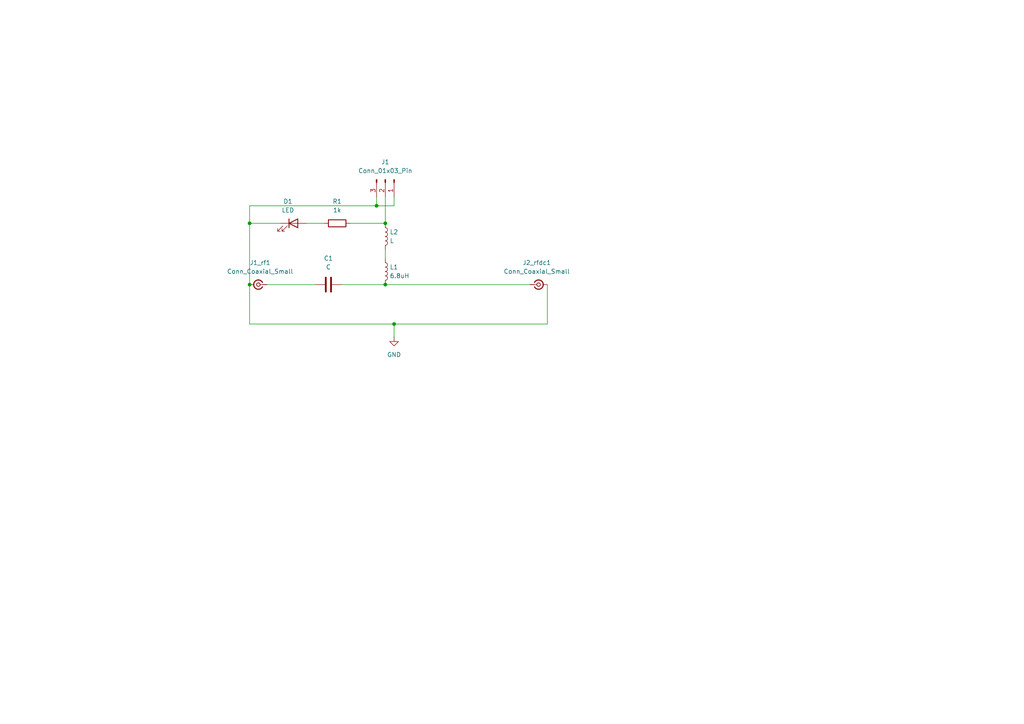
<source format=kicad_sch>
(kicad_sch
	(version 20231120)
	(generator "eeschema")
	(generator_version "8.0")
	(uuid "68d651d5-c309-4e7d-b81e-f8d2459ba955")
	(paper "A4")
	(lib_symbols
		(symbol "Connector:Conn_01x03_Pin"
			(pin_names
				(offset 1.016) hide)
			(exclude_from_sim no)
			(in_bom yes)
			(on_board yes)
			(property "Reference" "J"
				(at 0 5.08 0)
				(effects
					(font
						(size 1.27 1.27)
					)
				)
			)
			(property "Value" "Conn_01x03_Pin"
				(at 0 -5.08 0)
				(effects
					(font
						(size 1.27 1.27)
					)
				)
			)
			(property "Footprint" ""
				(at 0 0 0)
				(effects
					(font
						(size 1.27 1.27)
					)
					(hide yes)
				)
			)
			(property "Datasheet" "~"
				(at 0 0 0)
				(effects
					(font
						(size 1.27 1.27)
					)
					(hide yes)
				)
			)
			(property "Description" "Generic connector, single row, 01x03, script generated"
				(at 0 0 0)
				(effects
					(font
						(size 1.27 1.27)
					)
					(hide yes)
				)
			)
			(property "ki_locked" ""
				(at 0 0 0)
				(effects
					(font
						(size 1.27 1.27)
					)
				)
			)
			(property "ki_keywords" "connector"
				(at 0 0 0)
				(effects
					(font
						(size 1.27 1.27)
					)
					(hide yes)
				)
			)
			(property "ki_fp_filters" "Connector*:*_1x??_*"
				(at 0 0 0)
				(effects
					(font
						(size 1.27 1.27)
					)
					(hide yes)
				)
			)
			(symbol "Conn_01x03_Pin_1_1"
				(polyline
					(pts
						(xy 1.27 -2.54) (xy 0.8636 -2.54)
					)
					(stroke
						(width 0.1524)
						(type default)
					)
					(fill
						(type none)
					)
				)
				(polyline
					(pts
						(xy 1.27 0) (xy 0.8636 0)
					)
					(stroke
						(width 0.1524)
						(type default)
					)
					(fill
						(type none)
					)
				)
				(polyline
					(pts
						(xy 1.27 2.54) (xy 0.8636 2.54)
					)
					(stroke
						(width 0.1524)
						(type default)
					)
					(fill
						(type none)
					)
				)
				(rectangle
					(start 0.8636 -2.413)
					(end 0 -2.667)
					(stroke
						(width 0.1524)
						(type default)
					)
					(fill
						(type outline)
					)
				)
				(rectangle
					(start 0.8636 0.127)
					(end 0 -0.127)
					(stroke
						(width 0.1524)
						(type default)
					)
					(fill
						(type outline)
					)
				)
				(rectangle
					(start 0.8636 2.667)
					(end 0 2.413)
					(stroke
						(width 0.1524)
						(type default)
					)
					(fill
						(type outline)
					)
				)
				(pin passive line
					(at 5.08 2.54 180)
					(length 3.81)
					(name "Pin_1"
						(effects
							(font
								(size 1.27 1.27)
							)
						)
					)
					(number "1"
						(effects
							(font
								(size 1.27 1.27)
							)
						)
					)
				)
				(pin passive line
					(at 5.08 0 180)
					(length 3.81)
					(name "Pin_2"
						(effects
							(font
								(size 1.27 1.27)
							)
						)
					)
					(number "2"
						(effects
							(font
								(size 1.27 1.27)
							)
						)
					)
				)
				(pin passive line
					(at 5.08 -2.54 180)
					(length 3.81)
					(name "Pin_3"
						(effects
							(font
								(size 1.27 1.27)
							)
						)
					)
					(number "3"
						(effects
							(font
								(size 1.27 1.27)
							)
						)
					)
				)
			)
		)
		(symbol "Connector:Conn_Coaxial_Small"
			(pin_numbers hide)
			(pin_names
				(offset 1.016) hide)
			(exclude_from_sim no)
			(in_bom yes)
			(on_board yes)
			(property "Reference" "J"
				(at 0.254 3.048 0)
				(effects
					(font
						(size 1.27 1.27)
					)
				)
			)
			(property "Value" "Conn_Coaxial_Small"
				(at 0 -3.81 0)
				(effects
					(font
						(size 1.27 1.27)
					)
				)
			)
			(property "Footprint" ""
				(at 0 0 0)
				(effects
					(font
						(size 1.27 1.27)
					)
					(hide yes)
				)
			)
			(property "Datasheet" " ~"
				(at 0 0 0)
				(effects
					(font
						(size 1.27 1.27)
					)
					(hide yes)
				)
			)
			(property "Description" "small coaxial connector (BNC, SMA, SMB, SMC, Cinch/RCA, LEMO, ...)"
				(at 0 0 0)
				(effects
					(font
						(size 1.27 1.27)
					)
					(hide yes)
				)
			)
			(property "ki_keywords" "BNC SMA SMB SMC LEMO coaxial connector CINCH RCA MCX MMCX U.FL UMRF"
				(at 0 0 0)
				(effects
					(font
						(size 1.27 1.27)
					)
					(hide yes)
				)
			)
			(property "ki_fp_filters" "*BNC* *SMA* *SMB* *SMC* *Cinch* *LEMO* *UMRF* *MCX* *U.FL*"
				(at 0 0 0)
				(effects
					(font
						(size 1.27 1.27)
					)
					(hide yes)
				)
			)
			(symbol "Conn_Coaxial_Small_0_1"
				(polyline
					(pts
						(xy -2.54 0) (xy -0.508 0)
					)
					(stroke
						(width 0)
						(type default)
					)
					(fill
						(type none)
					)
				)
				(circle
					(center 0 0)
					(radius 0.508)
					(stroke
						(width 0.2032)
						(type default)
					)
					(fill
						(type none)
					)
				)
			)
			(symbol "Conn_Coaxial_Small_1_1"
				(arc
					(start -1.1916 -0.6311)
					(mid 0.327 -1.3081)
					(end 1.3484 0.0039)
					(stroke
						(width 0.3048)
						(type default)
					)
					(fill
						(type none)
					)
				)
				(arc
					(start 1.3484 -0.0039)
					(mid 0.327 1.3081)
					(end -1.1916 0.6311)
					(stroke
						(width 0.3048)
						(type default)
					)
					(fill
						(type none)
					)
				)
				(pin passive line
					(at -2.54 0 0)
					(length 1.27)
					(name "In"
						(effects
							(font
								(size 1.27 1.27)
							)
						)
					)
					(number "1"
						(effects
							(font
								(size 1.27 1.27)
							)
						)
					)
				)
				(pin passive line
					(at 2.54 0 180)
					(length 1.27)
					(name "Ext"
						(effects
							(font
								(size 1.27 1.27)
							)
						)
					)
					(number "2"
						(effects
							(font
								(size 1.27 1.27)
							)
						)
					)
				)
			)
		)
		(symbol "Device:C"
			(pin_numbers hide)
			(pin_names
				(offset 0.254)
			)
			(exclude_from_sim no)
			(in_bom yes)
			(on_board yes)
			(property "Reference" "C"
				(at 0.635 2.54 0)
				(effects
					(font
						(size 1.27 1.27)
					)
					(justify left)
				)
			)
			(property "Value" "C"
				(at 0.635 -2.54 0)
				(effects
					(font
						(size 1.27 1.27)
					)
					(justify left)
				)
			)
			(property "Footprint" ""
				(at 0.9652 -3.81 0)
				(effects
					(font
						(size 1.27 1.27)
					)
					(hide yes)
				)
			)
			(property "Datasheet" "~"
				(at 0 0 0)
				(effects
					(font
						(size 1.27 1.27)
					)
					(hide yes)
				)
			)
			(property "Description" "Unpolarized capacitor"
				(at 0 0 0)
				(effects
					(font
						(size 1.27 1.27)
					)
					(hide yes)
				)
			)
			(property "ki_keywords" "cap capacitor"
				(at 0 0 0)
				(effects
					(font
						(size 1.27 1.27)
					)
					(hide yes)
				)
			)
			(property "ki_fp_filters" "C_*"
				(at 0 0 0)
				(effects
					(font
						(size 1.27 1.27)
					)
					(hide yes)
				)
			)
			(symbol "C_0_1"
				(polyline
					(pts
						(xy -2.032 -0.762) (xy 2.032 -0.762)
					)
					(stroke
						(width 0.508)
						(type default)
					)
					(fill
						(type none)
					)
				)
				(polyline
					(pts
						(xy -2.032 0.762) (xy 2.032 0.762)
					)
					(stroke
						(width 0.508)
						(type default)
					)
					(fill
						(type none)
					)
				)
			)
			(symbol "C_1_1"
				(pin passive line
					(at 0 3.81 270)
					(length 2.794)
					(name "~"
						(effects
							(font
								(size 1.27 1.27)
							)
						)
					)
					(number "1"
						(effects
							(font
								(size 1.27 1.27)
							)
						)
					)
				)
				(pin passive line
					(at 0 -3.81 90)
					(length 2.794)
					(name "~"
						(effects
							(font
								(size 1.27 1.27)
							)
						)
					)
					(number "2"
						(effects
							(font
								(size 1.27 1.27)
							)
						)
					)
				)
			)
		)
		(symbol "Device:L"
			(pin_numbers hide)
			(pin_names
				(offset 1.016) hide)
			(exclude_from_sim no)
			(in_bom yes)
			(on_board yes)
			(property "Reference" "L"
				(at -1.27 0 90)
				(effects
					(font
						(size 1.27 1.27)
					)
				)
			)
			(property "Value" "L"
				(at 1.905 0 90)
				(effects
					(font
						(size 1.27 1.27)
					)
				)
			)
			(property "Footprint" ""
				(at 0 0 0)
				(effects
					(font
						(size 1.27 1.27)
					)
					(hide yes)
				)
			)
			(property "Datasheet" "~"
				(at 0 0 0)
				(effects
					(font
						(size 1.27 1.27)
					)
					(hide yes)
				)
			)
			(property "Description" "Inductor"
				(at 0 0 0)
				(effects
					(font
						(size 1.27 1.27)
					)
					(hide yes)
				)
			)
			(property "ki_keywords" "inductor choke coil reactor magnetic"
				(at 0 0 0)
				(effects
					(font
						(size 1.27 1.27)
					)
					(hide yes)
				)
			)
			(property "ki_fp_filters" "Choke_* *Coil* Inductor_* L_*"
				(at 0 0 0)
				(effects
					(font
						(size 1.27 1.27)
					)
					(hide yes)
				)
			)
			(symbol "L_0_1"
				(arc
					(start 0 -2.54)
					(mid 0.6323 -1.905)
					(end 0 -1.27)
					(stroke
						(width 0)
						(type default)
					)
					(fill
						(type none)
					)
				)
				(arc
					(start 0 -1.27)
					(mid 0.6323 -0.635)
					(end 0 0)
					(stroke
						(width 0)
						(type default)
					)
					(fill
						(type none)
					)
				)
				(arc
					(start 0 0)
					(mid 0.6323 0.635)
					(end 0 1.27)
					(stroke
						(width 0)
						(type default)
					)
					(fill
						(type none)
					)
				)
				(arc
					(start 0 1.27)
					(mid 0.6323 1.905)
					(end 0 2.54)
					(stroke
						(width 0)
						(type default)
					)
					(fill
						(type none)
					)
				)
			)
			(symbol "L_1_1"
				(pin passive line
					(at 0 3.81 270)
					(length 1.27)
					(name "1"
						(effects
							(font
								(size 1.27 1.27)
							)
						)
					)
					(number "1"
						(effects
							(font
								(size 1.27 1.27)
							)
						)
					)
				)
				(pin passive line
					(at 0 -3.81 90)
					(length 1.27)
					(name "2"
						(effects
							(font
								(size 1.27 1.27)
							)
						)
					)
					(number "2"
						(effects
							(font
								(size 1.27 1.27)
							)
						)
					)
				)
			)
		)
		(symbol "Device:LED"
			(pin_numbers hide)
			(pin_names
				(offset 1.016) hide)
			(exclude_from_sim no)
			(in_bom yes)
			(on_board yes)
			(property "Reference" "D"
				(at 0 2.54 0)
				(effects
					(font
						(size 1.27 1.27)
					)
				)
			)
			(property "Value" "LED"
				(at 0 -2.54 0)
				(effects
					(font
						(size 1.27 1.27)
					)
				)
			)
			(property "Footprint" ""
				(at 0 0 0)
				(effects
					(font
						(size 1.27 1.27)
					)
					(hide yes)
				)
			)
			(property "Datasheet" "~"
				(at 0 0 0)
				(effects
					(font
						(size 1.27 1.27)
					)
					(hide yes)
				)
			)
			(property "Description" "Light emitting diode"
				(at 0 0 0)
				(effects
					(font
						(size 1.27 1.27)
					)
					(hide yes)
				)
			)
			(property "ki_keywords" "LED diode"
				(at 0 0 0)
				(effects
					(font
						(size 1.27 1.27)
					)
					(hide yes)
				)
			)
			(property "ki_fp_filters" "LED* LED_SMD:* LED_THT:*"
				(at 0 0 0)
				(effects
					(font
						(size 1.27 1.27)
					)
					(hide yes)
				)
			)
			(symbol "LED_0_1"
				(polyline
					(pts
						(xy -1.27 -1.27) (xy -1.27 1.27)
					)
					(stroke
						(width 0.254)
						(type default)
					)
					(fill
						(type none)
					)
				)
				(polyline
					(pts
						(xy -1.27 0) (xy 1.27 0)
					)
					(stroke
						(width 0)
						(type default)
					)
					(fill
						(type none)
					)
				)
				(polyline
					(pts
						(xy 1.27 -1.27) (xy 1.27 1.27) (xy -1.27 0) (xy 1.27 -1.27)
					)
					(stroke
						(width 0.254)
						(type default)
					)
					(fill
						(type none)
					)
				)
				(polyline
					(pts
						(xy -3.048 -0.762) (xy -4.572 -2.286) (xy -3.81 -2.286) (xy -4.572 -2.286) (xy -4.572 -1.524)
					)
					(stroke
						(width 0)
						(type default)
					)
					(fill
						(type none)
					)
				)
				(polyline
					(pts
						(xy -1.778 -0.762) (xy -3.302 -2.286) (xy -2.54 -2.286) (xy -3.302 -2.286) (xy -3.302 -1.524)
					)
					(stroke
						(width 0)
						(type default)
					)
					(fill
						(type none)
					)
				)
			)
			(symbol "LED_1_1"
				(pin passive line
					(at -3.81 0 0)
					(length 2.54)
					(name "K"
						(effects
							(font
								(size 1.27 1.27)
							)
						)
					)
					(number "1"
						(effects
							(font
								(size 1.27 1.27)
							)
						)
					)
				)
				(pin passive line
					(at 3.81 0 180)
					(length 2.54)
					(name "A"
						(effects
							(font
								(size 1.27 1.27)
							)
						)
					)
					(number "2"
						(effects
							(font
								(size 1.27 1.27)
							)
						)
					)
				)
			)
		)
		(symbol "Device:R"
			(pin_numbers hide)
			(pin_names
				(offset 0)
			)
			(exclude_from_sim no)
			(in_bom yes)
			(on_board yes)
			(property "Reference" "R"
				(at 2.032 0 90)
				(effects
					(font
						(size 1.27 1.27)
					)
				)
			)
			(property "Value" "R"
				(at 0 0 90)
				(effects
					(font
						(size 1.27 1.27)
					)
				)
			)
			(property "Footprint" ""
				(at -1.778 0 90)
				(effects
					(font
						(size 1.27 1.27)
					)
					(hide yes)
				)
			)
			(property "Datasheet" "~"
				(at 0 0 0)
				(effects
					(font
						(size 1.27 1.27)
					)
					(hide yes)
				)
			)
			(property "Description" "Resistor"
				(at 0 0 0)
				(effects
					(font
						(size 1.27 1.27)
					)
					(hide yes)
				)
			)
			(property "ki_keywords" "R res resistor"
				(at 0 0 0)
				(effects
					(font
						(size 1.27 1.27)
					)
					(hide yes)
				)
			)
			(property "ki_fp_filters" "R_*"
				(at 0 0 0)
				(effects
					(font
						(size 1.27 1.27)
					)
					(hide yes)
				)
			)
			(symbol "R_0_1"
				(rectangle
					(start -1.016 -2.54)
					(end 1.016 2.54)
					(stroke
						(width 0.254)
						(type default)
					)
					(fill
						(type none)
					)
				)
			)
			(symbol "R_1_1"
				(pin passive line
					(at 0 3.81 270)
					(length 1.27)
					(name "~"
						(effects
							(font
								(size 1.27 1.27)
							)
						)
					)
					(number "1"
						(effects
							(font
								(size 1.27 1.27)
							)
						)
					)
				)
				(pin passive line
					(at 0 -3.81 90)
					(length 1.27)
					(name "~"
						(effects
							(font
								(size 1.27 1.27)
							)
						)
					)
					(number "2"
						(effects
							(font
								(size 1.27 1.27)
							)
						)
					)
				)
			)
		)
		(symbol "power:GND"
			(power)
			(pin_numbers hide)
			(pin_names
				(offset 0) hide)
			(exclude_from_sim no)
			(in_bom yes)
			(on_board yes)
			(property "Reference" "#PWR"
				(at 0 -6.35 0)
				(effects
					(font
						(size 1.27 1.27)
					)
					(hide yes)
				)
			)
			(property "Value" "GND"
				(at 0 -3.81 0)
				(effects
					(font
						(size 1.27 1.27)
					)
				)
			)
			(property "Footprint" ""
				(at 0 0 0)
				(effects
					(font
						(size 1.27 1.27)
					)
					(hide yes)
				)
			)
			(property "Datasheet" ""
				(at 0 0 0)
				(effects
					(font
						(size 1.27 1.27)
					)
					(hide yes)
				)
			)
			(property "Description" "Power symbol creates a global label with name \"GND\" , ground"
				(at 0 0 0)
				(effects
					(font
						(size 1.27 1.27)
					)
					(hide yes)
				)
			)
			(property "ki_keywords" "global power"
				(at 0 0 0)
				(effects
					(font
						(size 1.27 1.27)
					)
					(hide yes)
				)
			)
			(symbol "GND_0_1"
				(polyline
					(pts
						(xy 0 0) (xy 0 -1.27) (xy 1.27 -1.27) (xy 0 -2.54) (xy -1.27 -1.27) (xy 0 -1.27)
					)
					(stroke
						(width 0)
						(type default)
					)
					(fill
						(type none)
					)
				)
			)
			(symbol "GND_1_1"
				(pin power_in line
					(at 0 0 270)
					(length 0)
					(name "~"
						(effects
							(font
								(size 1.27 1.27)
							)
						)
					)
					(number "1"
						(effects
							(font
								(size 1.27 1.27)
							)
						)
					)
				)
			)
		)
	)
	(junction
		(at 111.76 64.77)
		(diameter 0)
		(color 0 0 0 0)
		(uuid "062ae4f4-bc5b-4c40-a3ca-f0e2ee92141d")
	)
	(junction
		(at 111.76 82.55)
		(diameter 0)
		(color 0 0 0 0)
		(uuid "1969bbd5-7866-49fe-bf2e-f0e1ef466860")
	)
	(junction
		(at 109.22 59.69)
		(diameter 0)
		(color 0 0 0 0)
		(uuid "1a52c8ed-93a4-455d-8af6-469ffa76fb6c")
	)
	(junction
		(at 72.39 82.55)
		(diameter 0)
		(color 0 0 0 0)
		(uuid "4b8422cf-b918-4cb8-afe5-d16972e47657")
	)
	(junction
		(at 114.3 93.98)
		(diameter 0)
		(color 0 0 0 0)
		(uuid "7e3cbf99-9686-419c-8578-aac491ed2ca8")
	)
	(junction
		(at 72.39 64.77)
		(diameter 0)
		(color 0 0 0 0)
		(uuid "ff1d08a6-200b-4ec2-8fc0-9c3e27ef07b1")
	)
	(wire
		(pts
			(xy 77.47 82.55) (xy 91.44 82.55)
		)
		(stroke
			(width 0)
			(type default)
		)
		(uuid "19bd6894-2abb-4b80-ab0d-0e0b6e42dbf5")
	)
	(wire
		(pts
			(xy 72.39 64.77) (xy 72.39 82.55)
		)
		(stroke
			(width 0)
			(type default)
		)
		(uuid "290b0871-468a-4de6-9a47-84bf5f1ba493")
	)
	(wire
		(pts
			(xy 158.75 82.55) (xy 158.75 93.98)
		)
		(stroke
			(width 0)
			(type default)
		)
		(uuid "3d9045be-9503-4e7c-826b-3e94efb47e13")
	)
	(wire
		(pts
			(xy 109.22 59.69) (xy 72.39 59.69)
		)
		(stroke
			(width 0)
			(type default)
		)
		(uuid "43759383-06cc-4769-9f6a-e8c706cd71bc")
	)
	(wire
		(pts
			(xy 72.39 93.98) (xy 114.3 93.98)
		)
		(stroke
			(width 0)
			(type default)
		)
		(uuid "5ce252ac-1376-4b78-95aa-4d11769e963e")
	)
	(wire
		(pts
			(xy 72.39 59.69) (xy 72.39 64.77)
		)
		(stroke
			(width 0)
			(type default)
		)
		(uuid "5ee156ec-16ce-4824-9bc2-57c488ce5cfd")
	)
	(wire
		(pts
			(xy 72.39 64.77) (xy 81.28 64.77)
		)
		(stroke
			(width 0)
			(type default)
		)
		(uuid "5fe794ec-e05f-4b23-b7ad-270b667bdaa2")
	)
	(wire
		(pts
			(xy 109.22 59.69) (xy 109.22 57.15)
		)
		(stroke
			(width 0)
			(type default)
		)
		(uuid "74d3b2f5-6855-4c39-b96b-a7b69b63cbe6")
	)
	(wire
		(pts
			(xy 101.6 64.77) (xy 111.76 64.77)
		)
		(stroke
			(width 0)
			(type default)
		)
		(uuid "86b9aa53-efec-43d0-8e22-95bb932cf0d6")
	)
	(wire
		(pts
			(xy 88.9 64.77) (xy 93.98 64.77)
		)
		(stroke
			(width 0)
			(type default)
		)
		(uuid "a5ef1758-bf43-4b4b-bb01-398505fcc58f")
	)
	(wire
		(pts
			(xy 114.3 93.98) (xy 114.3 97.79)
		)
		(stroke
			(width 0)
			(type default)
		)
		(uuid "a8423ea6-5b18-45d9-b323-095916018d60")
	)
	(wire
		(pts
			(xy 114.3 59.69) (xy 109.22 59.69)
		)
		(stroke
			(width 0)
			(type default)
		)
		(uuid "ac31abdb-422a-4463-a3e1-4d032e0adbd2")
	)
	(wire
		(pts
			(xy 114.3 57.15) (xy 114.3 59.69)
		)
		(stroke
			(width 0)
			(type default)
		)
		(uuid "b6ff72c2-62d8-4002-8255-971502977bd1")
	)
	(wire
		(pts
			(xy 111.76 82.55) (xy 153.67 82.55)
		)
		(stroke
			(width 0)
			(type default)
		)
		(uuid "bb748534-7ea3-45a2-873b-7446769a7422")
	)
	(wire
		(pts
			(xy 111.76 72.39) (xy 111.76 74.93)
		)
		(stroke
			(width 0)
			(type default)
		)
		(uuid "ca548a23-1bdc-4f59-81d9-3d18662007f3")
	)
	(wire
		(pts
			(xy 111.76 57.15) (xy 111.76 64.77)
		)
		(stroke
			(width 0)
			(type default)
		)
		(uuid "cafed904-eccc-4e09-a7ee-bafbebe90412")
	)
	(wire
		(pts
			(xy 72.39 82.55) (xy 72.39 93.98)
		)
		(stroke
			(width 0)
			(type default)
		)
		(uuid "cc9634d5-f089-4779-9f47-c114bf5f5e51")
	)
	(wire
		(pts
			(xy 114.3 93.98) (xy 158.75 93.98)
		)
		(stroke
			(width 0)
			(type default)
		)
		(uuid "dce69fb3-0ed3-4781-bbb0-690f34f902f6")
	)
	(wire
		(pts
			(xy 99.06 82.55) (xy 111.76 82.55)
		)
		(stroke
			(width 0)
			(type default)
		)
		(uuid "f5207eb2-e64a-4fdb-ab40-2a09196beeb6")
	)
	(symbol
		(lib_id "power:GND")
		(at 114.3 97.79 0)
		(unit 1)
		(exclude_from_sim no)
		(in_bom yes)
		(on_board yes)
		(dnp no)
		(fields_autoplaced yes)
		(uuid "0e3d7949-e2ad-4100-aac4-7f802f56766d")
		(property "Reference" "#PWR01"
			(at 114.3 104.14 0)
			(effects
				(font
					(size 1.27 1.27)
				)
				(hide yes)
			)
		)
		(property "Value" "GND"
			(at 114.3 102.87 0)
			(effects
				(font
					(size 1.27 1.27)
				)
			)
		)
		(property "Footprint" ""
			(at 114.3 97.79 0)
			(effects
				(font
					(size 1.27 1.27)
				)
				(hide yes)
			)
		)
		(property "Datasheet" ""
			(at 114.3 97.79 0)
			(effects
				(font
					(size 1.27 1.27)
				)
				(hide yes)
			)
		)
		(property "Description" "Power symbol creates a global label with name \"GND\" , ground"
			(at 114.3 97.79 0)
			(effects
				(font
					(size 1.27 1.27)
				)
				(hide yes)
			)
		)
		(pin "1"
			(uuid "19783df2-aca5-4ea6-a8e5-a3eb13827733")
		)
		(instances
			(project "biastee1"
				(path "/68d651d5-c309-4e7d-b81e-f8d2459ba955"
					(reference "#PWR01")
					(unit 1)
				)
			)
		)
	)
	(symbol
		(lib_id "Connector:Conn_Coaxial_Small")
		(at 74.93 82.55 180)
		(unit 1)
		(exclude_from_sim no)
		(in_bom yes)
		(on_board yes)
		(dnp no)
		(fields_autoplaced yes)
		(uuid "1b578175-8e2e-4373-94d6-7746b2e23e7c")
		(property "Reference" "J1_rf1"
			(at 75.4495 76.2 0)
			(effects
				(font
					(size 1.27 1.27)
				)
			)
		)
		(property "Value" "Conn_Coaxial_Small"
			(at 75.4495 78.74 0)
			(effects
				(font
					(size 1.27 1.27)
				)
			)
		)
		(property "Footprint" "Connector_Coaxial:SMA_Amphenol_901-143_Horizontal"
			(at 74.93 82.55 0)
			(effects
				(font
					(size 1.27 1.27)
				)
				(hide yes)
			)
		)
		(property "Datasheet" " ~"
			(at 74.93 82.55 0)
			(effects
				(font
					(size 1.27 1.27)
				)
				(hide yes)
			)
		)
		(property "Description" "small coaxial connector (BNC, SMA, SMB, SMC, Cinch/RCA, LEMO, ...)"
			(at 74.93 82.55 0)
			(effects
				(font
					(size 1.27 1.27)
				)
				(hide yes)
			)
		)
		(pin "1"
			(uuid "c5395893-4b30-4c3e-8059-9f546258a2c2")
		)
		(pin "2"
			(uuid "c8c01605-874a-4f7d-9fc2-3fdd2ab2d9ce")
		)
		(instances
			(project "biastee1"
				(path "/68d651d5-c309-4e7d-b81e-f8d2459ba955"
					(reference "J1_rf1")
					(unit 1)
				)
			)
		)
	)
	(symbol
		(lib_id "Device:C")
		(at 95.25 82.55 90)
		(unit 1)
		(exclude_from_sim no)
		(in_bom yes)
		(on_board yes)
		(dnp no)
		(fields_autoplaced yes)
		(uuid "1db7e932-16f0-4fc0-83a5-79f9b9758220")
		(property "Reference" "C1"
			(at 95.25 74.93 90)
			(effects
				(font
					(size 1.27 1.27)
				)
			)
		)
		(property "Value" "C"
			(at 95.25 77.47 90)
			(effects
				(font
					(size 1.27 1.27)
				)
			)
		)
		(property "Footprint" "Capacitor_SMD:C_0603_1608Metric"
			(at 99.06 81.5848 0)
			(effects
				(font
					(size 1.27 1.27)
				)
				(hide yes)
			)
		)
		(property "Datasheet" "~"
			(at 95.25 82.55 0)
			(effects
				(font
					(size 1.27 1.27)
				)
				(hide yes)
			)
		)
		(property "Description" "Unpolarized capacitor"
			(at 95.25 82.55 0)
			(effects
				(font
					(size 1.27 1.27)
				)
				(hide yes)
			)
		)
		(pin "2"
			(uuid "c0031b0b-9e3d-4860-a6bc-265c7ea666ca")
		)
		(pin "1"
			(uuid "a1b1dd3a-6f20-4379-bb07-e5c478c70809")
		)
		(instances
			(project "biastee1"
				(path "/68d651d5-c309-4e7d-b81e-f8d2459ba955"
					(reference "C1")
					(unit 1)
				)
			)
		)
	)
	(symbol
		(lib_id "Device:LED")
		(at 85.09 64.77 0)
		(unit 1)
		(exclude_from_sim no)
		(in_bom yes)
		(on_board yes)
		(dnp no)
		(fields_autoplaced yes)
		(uuid "3647ae17-0269-4792-977b-ac9d6bc66ce4")
		(property "Reference" "D1"
			(at 83.5025 58.42 0)
			(effects
				(font
					(size 1.27 1.27)
				)
			)
		)
		(property "Value" "LED"
			(at 83.5025 60.96 0)
			(effects
				(font
					(size 1.27 1.27)
				)
			)
		)
		(property "Footprint" "LED_SMD:LED_0603_1608Metric_Pad1.05x0.95mm_HandSolder"
			(at 85.09 64.77 0)
			(effects
				(font
					(size 1.27 1.27)
				)
				(hide yes)
			)
		)
		(property "Datasheet" "~"
			(at 85.09 64.77 0)
			(effects
				(font
					(size 1.27 1.27)
				)
				(hide yes)
			)
		)
		(property "Description" "Light emitting diode"
			(at 85.09 64.77 0)
			(effects
				(font
					(size 1.27 1.27)
				)
				(hide yes)
			)
		)
		(pin "2"
			(uuid "5715bf45-4767-4fc8-a3ed-91278892dfab")
		)
		(pin "1"
			(uuid "82909a68-5d5e-4b9e-8c92-e10b52942f41")
		)
		(instances
			(project "biastee1"
				(path "/68d651d5-c309-4e7d-b81e-f8d2459ba955"
					(reference "D1")
					(unit 1)
				)
			)
		)
	)
	(symbol
		(lib_id "Device:L")
		(at 111.76 68.58 0)
		(unit 1)
		(exclude_from_sim no)
		(in_bom yes)
		(on_board yes)
		(dnp no)
		(fields_autoplaced yes)
		(uuid "391feeb4-7bc8-40f7-8d9c-6fda96a1ff80")
		(property "Reference" "L2"
			(at 113.03 67.3099 0)
			(effects
				(font
					(size 1.27 1.27)
				)
				(justify left)
			)
		)
		(property "Value" "L"
			(at 113.03 69.8499 0)
			(effects
				(font
					(size 1.27 1.27)
				)
				(justify left)
			)
		)
		(property "Footprint" "Inductor_SMD:L_0603_1608Metric"
			(at 111.76 68.58 0)
			(effects
				(font
					(size 1.27 1.27)
				)
				(hide yes)
			)
		)
		(property "Datasheet" "~"
			(at 111.76 68.58 0)
			(effects
				(font
					(size 1.27 1.27)
				)
				(hide yes)
			)
		)
		(property "Description" "Inductor"
			(at 111.76 68.58 0)
			(effects
				(font
					(size 1.27 1.27)
				)
				(hide yes)
			)
		)
		(pin "2"
			(uuid "20541eaf-4a27-45a4-b01d-b492486f3ea5")
		)
		(pin "1"
			(uuid "9574ee40-6653-46ce-ac7d-0fac3e2b5b8e")
		)
		(instances
			(project "biastee1"
				(path "/68d651d5-c309-4e7d-b81e-f8d2459ba955"
					(reference "L2")
					(unit 1)
				)
			)
		)
	)
	(symbol
		(lib_id "Connector:Conn_Coaxial_Small")
		(at 156.21 82.55 0)
		(unit 1)
		(exclude_from_sim no)
		(in_bom yes)
		(on_board yes)
		(dnp no)
		(fields_autoplaced yes)
		(uuid "5a3ded08-8565-4bc3-a34f-35e2e3a7eb22")
		(property "Reference" "J2_rfdc1"
			(at 155.6904 76.2 0)
			(effects
				(font
					(size 1.27 1.27)
				)
			)
		)
		(property "Value" "Conn_Coaxial_Small"
			(at 155.6904 78.74 0)
			(effects
				(font
					(size 1.27 1.27)
				)
			)
		)
		(property "Footprint" "Connector_Coaxial:SMA_Amphenol_901-143_Horizontal"
			(at 156.21 82.55 0)
			(effects
				(font
					(size 1.27 1.27)
				)
				(hide yes)
			)
		)
		(property "Datasheet" " ~"
			(at 156.21 82.55 0)
			(effects
				(font
					(size 1.27 1.27)
				)
				(hide yes)
			)
		)
		(property "Description" "small coaxial connector (BNC, SMA, SMB, SMC, Cinch/RCA, LEMO, ...)"
			(at 156.21 82.55 0)
			(effects
				(font
					(size 1.27 1.27)
				)
				(hide yes)
			)
		)
		(pin "2"
			(uuid "cc11570a-0bd7-40b7-aa2a-60152ea7598a")
		)
		(pin "1"
			(uuid "3c146f9b-d26a-446c-a83a-cb631c491423")
		)
		(instances
			(project "biastee1"
				(path "/68d651d5-c309-4e7d-b81e-f8d2459ba955"
					(reference "J2_rfdc1")
					(unit 1)
				)
			)
		)
	)
	(symbol
		(lib_id "Device:L")
		(at 111.76 78.74 0)
		(unit 1)
		(exclude_from_sim no)
		(in_bom yes)
		(on_board yes)
		(dnp no)
		(fields_autoplaced yes)
		(uuid "72e3069d-6182-450b-a762-d46b9b77219e")
		(property "Reference" "L1"
			(at 113.03 77.4699 0)
			(effects
				(font
					(size 1.27 1.27)
				)
				(justify left)
			)
		)
		(property "Value" "6.8uH"
			(at 113.03 80.0099 0)
			(effects
				(font
					(size 1.27 1.27)
				)
				(justify left)
			)
		)
		(property "Footprint" "Inductor_SMD:L_0603_1608Metric"
			(at 111.76 78.74 0)
			(effects
				(font
					(size 1.27 1.27)
				)
				(hide yes)
			)
		)
		(property "Datasheet" "~"
			(at 111.76 78.74 0)
			(effects
				(font
					(size 1.27 1.27)
				)
				(hide yes)
			)
		)
		(property "Description" "Inductor"
			(at 111.76 78.74 0)
			(effects
				(font
					(size 1.27 1.27)
				)
				(hide yes)
			)
		)
		(pin "1"
			(uuid "f976597a-7029-4ec3-9ea0-3bc3d6407e0f")
		)
		(pin "2"
			(uuid "0f12b9b6-bcfb-4506-bbdb-ced03f6f498f")
		)
		(instances
			(project "biastee1"
				(path "/68d651d5-c309-4e7d-b81e-f8d2459ba955"
					(reference "L1")
					(unit 1)
				)
			)
		)
	)
	(symbol
		(lib_id "Connector:Conn_01x03_Pin")
		(at 111.76 52.07 270)
		(unit 1)
		(exclude_from_sim no)
		(in_bom yes)
		(on_board yes)
		(dnp no)
		(fields_autoplaced yes)
		(uuid "a715c6a5-6227-41a9-ae6f-45bb5cd74ceb")
		(property "Reference" "J1"
			(at 111.76 46.99 90)
			(effects
				(font
					(size 1.27 1.27)
				)
			)
		)
		(property "Value" "Conn_01x03_Pin"
			(at 111.76 49.53 90)
			(effects
				(font
					(size 1.27 1.27)
				)
			)
		)
		(property "Footprint" "Connector_PinHeader_2.54mm:PinHeader_1x03_P2.54mm_Vertical"
			(at 111.76 52.07 0)
			(effects
				(font
					(size 1.27 1.27)
				)
				(hide yes)
			)
		)
		(property "Datasheet" "~"
			(at 111.76 52.07 0)
			(effects
				(font
					(size 1.27 1.27)
				)
				(hide yes)
			)
		)
		(property "Description" "Generic connector, single row, 01x03, script generated"
			(at 111.76 52.07 0)
			(effects
				(font
					(size 1.27 1.27)
				)
				(hide yes)
			)
		)
		(pin "3"
			(uuid "3e9c4c96-f937-4d96-a0df-5b62e9f23b5b")
		)
		(pin "1"
			(uuid "8a6534b0-e35b-4963-b9e3-9fcdd26d23b0")
		)
		(pin "2"
			(uuid "84b4bce3-ceba-4c44-ae28-51b6a23062cd")
		)
		(instances
			(project "biastee1"
				(path "/68d651d5-c309-4e7d-b81e-f8d2459ba955"
					(reference "J1")
					(unit 1)
				)
			)
		)
	)
	(symbol
		(lib_id "Device:R")
		(at 97.79 64.77 90)
		(unit 1)
		(exclude_from_sim no)
		(in_bom yes)
		(on_board yes)
		(dnp no)
		(fields_autoplaced yes)
		(uuid "e0731278-a6d0-4162-ba02-ad8bad8d4b62")
		(property "Reference" "R1"
			(at 97.79 58.42 90)
			(effects
				(font
					(size 1.27 1.27)
				)
			)
		)
		(property "Value" "1k"
			(at 97.79 60.96 90)
			(effects
				(font
					(size 1.27 1.27)
				)
			)
		)
		(property "Footprint" "Resistor_SMD:R_0603_1608Metric_Pad0.98x0.95mm_HandSolder"
			(at 97.79 66.548 90)
			(effects
				(font
					(size 1.27 1.27)
				)
				(hide yes)
			)
		)
		(property "Datasheet" "~"
			(at 97.79 64.77 0)
			(effects
				(font
					(size 1.27 1.27)
				)
				(hide yes)
			)
		)
		(property "Description" "Resistor"
			(at 97.79 64.77 0)
			(effects
				(font
					(size 1.27 1.27)
				)
				(hide yes)
			)
		)
		(pin "2"
			(uuid "bfe2c637-c3f1-42c9-9ee0-704ee40fa3ba")
		)
		(pin "1"
			(uuid "4facbd98-9526-48ca-9390-5c706f5d8e32")
		)
		(instances
			(project "biastee1"
				(path "/68d651d5-c309-4e7d-b81e-f8d2459ba955"
					(reference "R1")
					(unit 1)
				)
			)
		)
	)
	(sheet_instances
		(path "/"
			(page "1")
		)
	)
)

</source>
